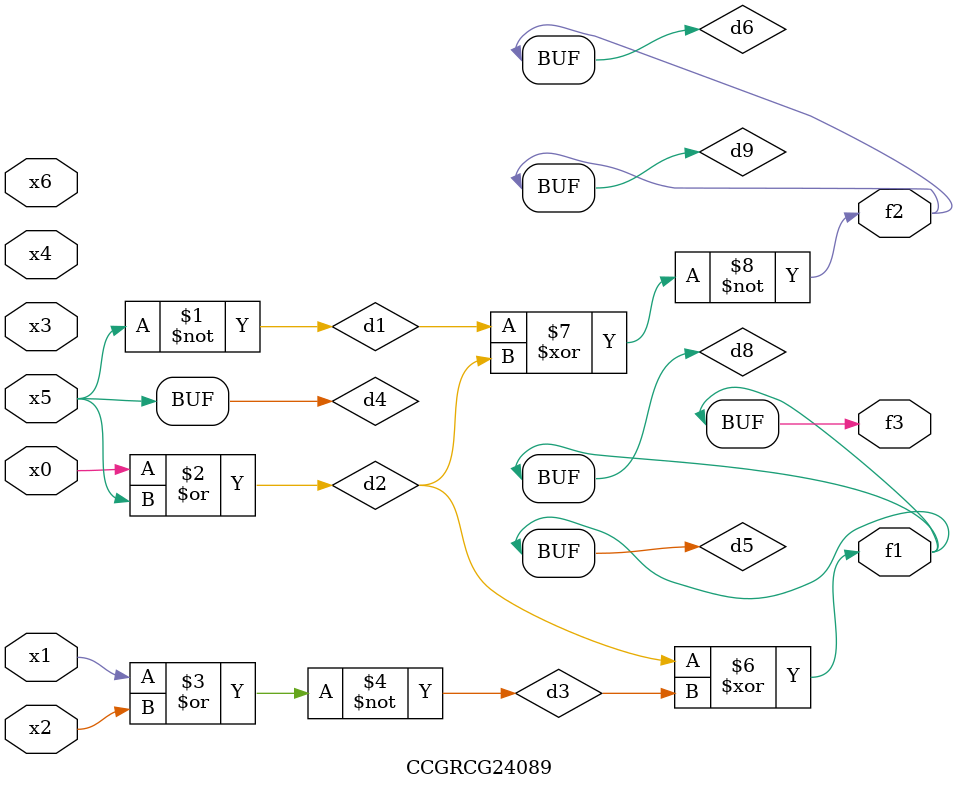
<source format=v>
module CCGRCG24089(
	input x0, x1, x2, x3, x4, x5, x6,
	output f1, f2, f3
);

	wire d1, d2, d3, d4, d5, d6, d7, d8, d9;

	nand (d1, x5);
	or (d2, x0, x5);
	nor (d3, x1, x2);
	xnor (d4, d1);
	xor (d5, d2, d3);
	xnor (d6, d1, d2);
	not (d7, x4);
	buf (d8, d5);
	xor (d9, d6);
	assign f1 = d8;
	assign f2 = d9;
	assign f3 = d8;
endmodule

</source>
